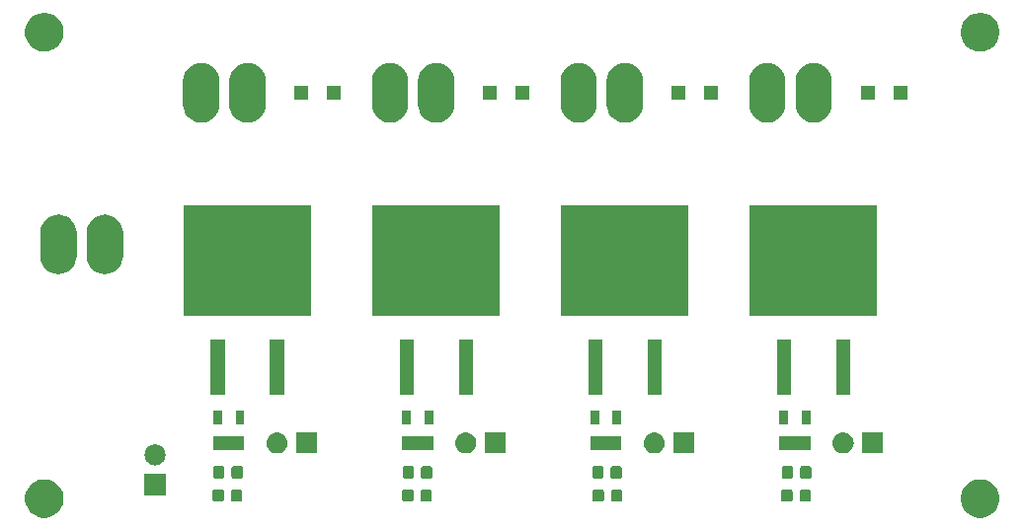
<source format=gts>
G04 #@! TF.GenerationSoftware,KiCad,Pcbnew,5.0.1-33cea8e~68~ubuntu16.04.1*
G04 #@! TF.CreationDate,2019-04-13T16:09:11-04:00*
G04 #@! TF.ProjectId,fieldeffector,6669656C646566666563746F722E6B69,rev?*
G04 #@! TF.SameCoordinates,Original*
G04 #@! TF.FileFunction,Soldermask,Top*
G04 #@! TF.FilePolarity,Negative*
%FSLAX46Y46*%
G04 Gerber Fmt 4.6, Leading zero omitted, Abs format (unit mm)*
G04 Created by KiCad (PCBNEW 5.0.1-33cea8e~68~ubuntu16.04.1) date Sat 13 Apr 2019 16:09:11 EDT*
%MOMM*%
%LPD*%
G01*
G04 APERTURE LIST*
%ADD10C,0.100000*%
G04 APERTURE END LIST*
D10*
G36*
X154025256Y-126456298D02*
X154131579Y-126477447D01*
X154432042Y-126601903D01*
X154698852Y-126780180D01*
X154702454Y-126782587D01*
X154932413Y-127012546D01*
X155113098Y-127282960D01*
X155237553Y-127583422D01*
X155301000Y-127902389D01*
X155301000Y-128227611D01*
X155237553Y-128546578D01*
X155113098Y-128847040D01*
X154932413Y-129117454D01*
X154702454Y-129347413D01*
X154702451Y-129347415D01*
X154432042Y-129528097D01*
X154131579Y-129652553D01*
X154025256Y-129673702D01*
X153812611Y-129716000D01*
X153487389Y-129716000D01*
X153274744Y-129673702D01*
X153168421Y-129652553D01*
X152867958Y-129528097D01*
X152597549Y-129347415D01*
X152597546Y-129347413D01*
X152367587Y-129117454D01*
X152186902Y-128847040D01*
X152062447Y-128546578D01*
X151999000Y-128227611D01*
X151999000Y-127902389D01*
X152062447Y-127583422D01*
X152186902Y-127282960D01*
X152367587Y-127012546D01*
X152597546Y-126782587D01*
X152601148Y-126780180D01*
X152867958Y-126601903D01*
X153168421Y-126477447D01*
X153274744Y-126456298D01*
X153487389Y-126414000D01*
X153812611Y-126414000D01*
X154025256Y-126456298D01*
X154025256Y-126456298D01*
G37*
G36*
X73775256Y-126456298D02*
X73881579Y-126477447D01*
X74182042Y-126601903D01*
X74448852Y-126780180D01*
X74452454Y-126782587D01*
X74682413Y-127012546D01*
X74863098Y-127282960D01*
X74987553Y-127583422D01*
X75051000Y-127902389D01*
X75051000Y-128227611D01*
X74987553Y-128546578D01*
X74863098Y-128847040D01*
X74682413Y-129117454D01*
X74452454Y-129347413D01*
X74452451Y-129347415D01*
X74182042Y-129528097D01*
X73881579Y-129652553D01*
X73775256Y-129673702D01*
X73562611Y-129716000D01*
X73237389Y-129716000D01*
X73024744Y-129673702D01*
X72918421Y-129652553D01*
X72617958Y-129528097D01*
X72347549Y-129347415D01*
X72347546Y-129347413D01*
X72117587Y-129117454D01*
X71936902Y-128847040D01*
X71812447Y-128546578D01*
X71749000Y-128227611D01*
X71749000Y-127902389D01*
X71812447Y-127583422D01*
X71936902Y-127282960D01*
X72117587Y-127012546D01*
X72347546Y-126782587D01*
X72351148Y-126780180D01*
X72617958Y-126601903D01*
X72918421Y-126477447D01*
X73024744Y-126456298D01*
X73237389Y-126414000D01*
X73562611Y-126414000D01*
X73775256Y-126456298D01*
X73775256Y-126456298D01*
G37*
G36*
X88667091Y-127293085D02*
X88701069Y-127303393D01*
X88732387Y-127320133D01*
X88759839Y-127342661D01*
X88782367Y-127370113D01*
X88799107Y-127401431D01*
X88809415Y-127435409D01*
X88813500Y-127476890D01*
X88813500Y-128153110D01*
X88809415Y-128194591D01*
X88799107Y-128228569D01*
X88782367Y-128259887D01*
X88759839Y-128287339D01*
X88732387Y-128309867D01*
X88701069Y-128326607D01*
X88667091Y-128336915D01*
X88625610Y-128341000D01*
X88024390Y-128341000D01*
X87982909Y-128336915D01*
X87948931Y-128326607D01*
X87917613Y-128309867D01*
X87890161Y-128287339D01*
X87867633Y-128259887D01*
X87850893Y-128228569D01*
X87840585Y-128194591D01*
X87836500Y-128153110D01*
X87836500Y-127476890D01*
X87840585Y-127435409D01*
X87850893Y-127401431D01*
X87867633Y-127370113D01*
X87890161Y-127342661D01*
X87917613Y-127320133D01*
X87948931Y-127303393D01*
X87982909Y-127293085D01*
X88024390Y-127289000D01*
X88625610Y-127289000D01*
X88667091Y-127293085D01*
X88667091Y-127293085D01*
G37*
G36*
X138992091Y-127293085D02*
X139026069Y-127303393D01*
X139057387Y-127320133D01*
X139084839Y-127342661D01*
X139107367Y-127370113D01*
X139124107Y-127401431D01*
X139134415Y-127435409D01*
X139138500Y-127476890D01*
X139138500Y-128153110D01*
X139134415Y-128194591D01*
X139124107Y-128228569D01*
X139107367Y-128259887D01*
X139084839Y-128287339D01*
X139057387Y-128309867D01*
X139026069Y-128326607D01*
X138992091Y-128336915D01*
X138950610Y-128341000D01*
X138349390Y-128341000D01*
X138307909Y-128336915D01*
X138273931Y-128326607D01*
X138242613Y-128309867D01*
X138215161Y-128287339D01*
X138192633Y-128259887D01*
X138175893Y-128228569D01*
X138165585Y-128194591D01*
X138161500Y-128153110D01*
X138161500Y-127476890D01*
X138165585Y-127435409D01*
X138175893Y-127401431D01*
X138192633Y-127370113D01*
X138215161Y-127342661D01*
X138242613Y-127320133D01*
X138273931Y-127303393D01*
X138307909Y-127293085D01*
X138349390Y-127289000D01*
X138950610Y-127289000D01*
X138992091Y-127293085D01*
X138992091Y-127293085D01*
G37*
G36*
X137417091Y-127293085D02*
X137451069Y-127303393D01*
X137482387Y-127320133D01*
X137509839Y-127342661D01*
X137532367Y-127370113D01*
X137549107Y-127401431D01*
X137559415Y-127435409D01*
X137563500Y-127476890D01*
X137563500Y-128153110D01*
X137559415Y-128194591D01*
X137549107Y-128228569D01*
X137532367Y-128259887D01*
X137509839Y-128287339D01*
X137482387Y-128309867D01*
X137451069Y-128326607D01*
X137417091Y-128336915D01*
X137375610Y-128341000D01*
X136774390Y-128341000D01*
X136732909Y-128336915D01*
X136698931Y-128326607D01*
X136667613Y-128309867D01*
X136640161Y-128287339D01*
X136617633Y-128259887D01*
X136600893Y-128228569D01*
X136590585Y-128194591D01*
X136586500Y-128153110D01*
X136586500Y-127476890D01*
X136590585Y-127435409D01*
X136600893Y-127401431D01*
X136617633Y-127370113D01*
X136640161Y-127342661D01*
X136667613Y-127320133D01*
X136698931Y-127303393D01*
X136732909Y-127293085D01*
X136774390Y-127289000D01*
X137375610Y-127289000D01*
X137417091Y-127293085D01*
X137417091Y-127293085D01*
G37*
G36*
X122817091Y-127293085D02*
X122851069Y-127303393D01*
X122882387Y-127320133D01*
X122909839Y-127342661D01*
X122932367Y-127370113D01*
X122949107Y-127401431D01*
X122959415Y-127435409D01*
X122963500Y-127476890D01*
X122963500Y-128153110D01*
X122959415Y-128194591D01*
X122949107Y-128228569D01*
X122932367Y-128259887D01*
X122909839Y-128287339D01*
X122882387Y-128309867D01*
X122851069Y-128326607D01*
X122817091Y-128336915D01*
X122775610Y-128341000D01*
X122174390Y-128341000D01*
X122132909Y-128336915D01*
X122098931Y-128326607D01*
X122067613Y-128309867D01*
X122040161Y-128287339D01*
X122017633Y-128259887D01*
X122000893Y-128228569D01*
X121990585Y-128194591D01*
X121986500Y-128153110D01*
X121986500Y-127476890D01*
X121990585Y-127435409D01*
X122000893Y-127401431D01*
X122017633Y-127370113D01*
X122040161Y-127342661D01*
X122067613Y-127320133D01*
X122098931Y-127303393D01*
X122132909Y-127293085D01*
X122174390Y-127289000D01*
X122775610Y-127289000D01*
X122817091Y-127293085D01*
X122817091Y-127293085D01*
G37*
G36*
X121242091Y-127293085D02*
X121276069Y-127303393D01*
X121307387Y-127320133D01*
X121334839Y-127342661D01*
X121357367Y-127370113D01*
X121374107Y-127401431D01*
X121384415Y-127435409D01*
X121388500Y-127476890D01*
X121388500Y-128153110D01*
X121384415Y-128194591D01*
X121374107Y-128228569D01*
X121357367Y-128259887D01*
X121334839Y-128287339D01*
X121307387Y-128309867D01*
X121276069Y-128326607D01*
X121242091Y-128336915D01*
X121200610Y-128341000D01*
X120599390Y-128341000D01*
X120557909Y-128336915D01*
X120523931Y-128326607D01*
X120492613Y-128309867D01*
X120465161Y-128287339D01*
X120442633Y-128259887D01*
X120425893Y-128228569D01*
X120415585Y-128194591D01*
X120411500Y-128153110D01*
X120411500Y-127476890D01*
X120415585Y-127435409D01*
X120425893Y-127401431D01*
X120442633Y-127370113D01*
X120465161Y-127342661D01*
X120492613Y-127320133D01*
X120523931Y-127303393D01*
X120557909Y-127293085D01*
X120599390Y-127289000D01*
X121200610Y-127289000D01*
X121242091Y-127293085D01*
X121242091Y-127293085D01*
G37*
G36*
X106492091Y-127293085D02*
X106526069Y-127303393D01*
X106557387Y-127320133D01*
X106584839Y-127342661D01*
X106607367Y-127370113D01*
X106624107Y-127401431D01*
X106634415Y-127435409D01*
X106638500Y-127476890D01*
X106638500Y-128153110D01*
X106634415Y-128194591D01*
X106624107Y-128228569D01*
X106607367Y-128259887D01*
X106584839Y-128287339D01*
X106557387Y-128309867D01*
X106526069Y-128326607D01*
X106492091Y-128336915D01*
X106450610Y-128341000D01*
X105849390Y-128341000D01*
X105807909Y-128336915D01*
X105773931Y-128326607D01*
X105742613Y-128309867D01*
X105715161Y-128287339D01*
X105692633Y-128259887D01*
X105675893Y-128228569D01*
X105665585Y-128194591D01*
X105661500Y-128153110D01*
X105661500Y-127476890D01*
X105665585Y-127435409D01*
X105675893Y-127401431D01*
X105692633Y-127370113D01*
X105715161Y-127342661D01*
X105742613Y-127320133D01*
X105773931Y-127303393D01*
X105807909Y-127293085D01*
X105849390Y-127289000D01*
X106450610Y-127289000D01*
X106492091Y-127293085D01*
X106492091Y-127293085D01*
G37*
G36*
X104917091Y-127293085D02*
X104951069Y-127303393D01*
X104982387Y-127320133D01*
X105009839Y-127342661D01*
X105032367Y-127370113D01*
X105049107Y-127401431D01*
X105059415Y-127435409D01*
X105063500Y-127476890D01*
X105063500Y-128153110D01*
X105059415Y-128194591D01*
X105049107Y-128228569D01*
X105032367Y-128259887D01*
X105009839Y-128287339D01*
X104982387Y-128309867D01*
X104951069Y-128326607D01*
X104917091Y-128336915D01*
X104875610Y-128341000D01*
X104274390Y-128341000D01*
X104232909Y-128336915D01*
X104198931Y-128326607D01*
X104167613Y-128309867D01*
X104140161Y-128287339D01*
X104117633Y-128259887D01*
X104100893Y-128228569D01*
X104090585Y-128194591D01*
X104086500Y-128153110D01*
X104086500Y-127476890D01*
X104090585Y-127435409D01*
X104100893Y-127401431D01*
X104117633Y-127370113D01*
X104140161Y-127342661D01*
X104167613Y-127320133D01*
X104198931Y-127303393D01*
X104232909Y-127293085D01*
X104274390Y-127289000D01*
X104875610Y-127289000D01*
X104917091Y-127293085D01*
X104917091Y-127293085D01*
G37*
G36*
X90242091Y-127293085D02*
X90276069Y-127303393D01*
X90307387Y-127320133D01*
X90334839Y-127342661D01*
X90357367Y-127370113D01*
X90374107Y-127401431D01*
X90384415Y-127435409D01*
X90388500Y-127476890D01*
X90388500Y-128153110D01*
X90384415Y-128194591D01*
X90374107Y-128228569D01*
X90357367Y-128259887D01*
X90334839Y-128287339D01*
X90307387Y-128309867D01*
X90276069Y-128326607D01*
X90242091Y-128336915D01*
X90200610Y-128341000D01*
X89599390Y-128341000D01*
X89557909Y-128336915D01*
X89523931Y-128326607D01*
X89492613Y-128309867D01*
X89465161Y-128287339D01*
X89442633Y-128259887D01*
X89425893Y-128228569D01*
X89415585Y-128194591D01*
X89411500Y-128153110D01*
X89411500Y-127476890D01*
X89415585Y-127435409D01*
X89425893Y-127401431D01*
X89442633Y-127370113D01*
X89465161Y-127342661D01*
X89492613Y-127320133D01*
X89523931Y-127303393D01*
X89557909Y-127293085D01*
X89599390Y-127289000D01*
X90200610Y-127289000D01*
X90242091Y-127293085D01*
X90242091Y-127293085D01*
G37*
G36*
X83801000Y-127766000D02*
X81999000Y-127766000D01*
X81999000Y-125964000D01*
X83801000Y-125964000D01*
X83801000Y-127766000D01*
X83801000Y-127766000D01*
G37*
G36*
X106529591Y-125293085D02*
X106563569Y-125303393D01*
X106594887Y-125320133D01*
X106622339Y-125342661D01*
X106644867Y-125370113D01*
X106661607Y-125401431D01*
X106671915Y-125435409D01*
X106676000Y-125476890D01*
X106676000Y-126153110D01*
X106671915Y-126194591D01*
X106661607Y-126228569D01*
X106644867Y-126259887D01*
X106622339Y-126287339D01*
X106594887Y-126309867D01*
X106563569Y-126326607D01*
X106529591Y-126336915D01*
X106488110Y-126341000D01*
X105886890Y-126341000D01*
X105845409Y-126336915D01*
X105811431Y-126326607D01*
X105780113Y-126309867D01*
X105752661Y-126287339D01*
X105730133Y-126259887D01*
X105713393Y-126228569D01*
X105703085Y-126194591D01*
X105699000Y-126153110D01*
X105699000Y-125476890D01*
X105703085Y-125435409D01*
X105713393Y-125401431D01*
X105730133Y-125370113D01*
X105752661Y-125342661D01*
X105780113Y-125320133D01*
X105811431Y-125303393D01*
X105845409Y-125293085D01*
X105886890Y-125289000D01*
X106488110Y-125289000D01*
X106529591Y-125293085D01*
X106529591Y-125293085D01*
G37*
G36*
X104954591Y-125293085D02*
X104988569Y-125303393D01*
X105019887Y-125320133D01*
X105047339Y-125342661D01*
X105069867Y-125370113D01*
X105086607Y-125401431D01*
X105096915Y-125435409D01*
X105101000Y-125476890D01*
X105101000Y-126153110D01*
X105096915Y-126194591D01*
X105086607Y-126228569D01*
X105069867Y-126259887D01*
X105047339Y-126287339D01*
X105019887Y-126309867D01*
X104988569Y-126326607D01*
X104954591Y-126336915D01*
X104913110Y-126341000D01*
X104311890Y-126341000D01*
X104270409Y-126336915D01*
X104236431Y-126326607D01*
X104205113Y-126309867D01*
X104177661Y-126287339D01*
X104155133Y-126259887D01*
X104138393Y-126228569D01*
X104128085Y-126194591D01*
X104124000Y-126153110D01*
X104124000Y-125476890D01*
X104128085Y-125435409D01*
X104138393Y-125401431D01*
X104155133Y-125370113D01*
X104177661Y-125342661D01*
X104205113Y-125320133D01*
X104236431Y-125303393D01*
X104270409Y-125293085D01*
X104311890Y-125289000D01*
X104913110Y-125289000D01*
X104954591Y-125293085D01*
X104954591Y-125293085D01*
G37*
G36*
X90279591Y-125293085D02*
X90313569Y-125303393D01*
X90344887Y-125320133D01*
X90372339Y-125342661D01*
X90394867Y-125370113D01*
X90411607Y-125401431D01*
X90421915Y-125435409D01*
X90426000Y-125476890D01*
X90426000Y-126153110D01*
X90421915Y-126194591D01*
X90411607Y-126228569D01*
X90394867Y-126259887D01*
X90372339Y-126287339D01*
X90344887Y-126309867D01*
X90313569Y-126326607D01*
X90279591Y-126336915D01*
X90238110Y-126341000D01*
X89636890Y-126341000D01*
X89595409Y-126336915D01*
X89561431Y-126326607D01*
X89530113Y-126309867D01*
X89502661Y-126287339D01*
X89480133Y-126259887D01*
X89463393Y-126228569D01*
X89453085Y-126194591D01*
X89449000Y-126153110D01*
X89449000Y-125476890D01*
X89453085Y-125435409D01*
X89463393Y-125401431D01*
X89480133Y-125370113D01*
X89502661Y-125342661D01*
X89530113Y-125320133D01*
X89561431Y-125303393D01*
X89595409Y-125293085D01*
X89636890Y-125289000D01*
X90238110Y-125289000D01*
X90279591Y-125293085D01*
X90279591Y-125293085D01*
G37*
G36*
X88704591Y-125293085D02*
X88738569Y-125303393D01*
X88769887Y-125320133D01*
X88797339Y-125342661D01*
X88819867Y-125370113D01*
X88836607Y-125401431D01*
X88846915Y-125435409D01*
X88851000Y-125476890D01*
X88851000Y-126153110D01*
X88846915Y-126194591D01*
X88836607Y-126228569D01*
X88819867Y-126259887D01*
X88797339Y-126287339D01*
X88769887Y-126309867D01*
X88738569Y-126326607D01*
X88704591Y-126336915D01*
X88663110Y-126341000D01*
X88061890Y-126341000D01*
X88020409Y-126336915D01*
X87986431Y-126326607D01*
X87955113Y-126309867D01*
X87927661Y-126287339D01*
X87905133Y-126259887D01*
X87888393Y-126228569D01*
X87878085Y-126194591D01*
X87874000Y-126153110D01*
X87874000Y-125476890D01*
X87878085Y-125435409D01*
X87888393Y-125401431D01*
X87905133Y-125370113D01*
X87927661Y-125342661D01*
X87955113Y-125320133D01*
X87986431Y-125303393D01*
X88020409Y-125293085D01*
X88061890Y-125289000D01*
X88663110Y-125289000D01*
X88704591Y-125293085D01*
X88704591Y-125293085D01*
G37*
G36*
X121204591Y-125293085D02*
X121238569Y-125303393D01*
X121269887Y-125320133D01*
X121297339Y-125342661D01*
X121319867Y-125370113D01*
X121336607Y-125401431D01*
X121346915Y-125435409D01*
X121351000Y-125476890D01*
X121351000Y-126153110D01*
X121346915Y-126194591D01*
X121336607Y-126228569D01*
X121319867Y-126259887D01*
X121297339Y-126287339D01*
X121269887Y-126309867D01*
X121238569Y-126326607D01*
X121204591Y-126336915D01*
X121163110Y-126341000D01*
X120561890Y-126341000D01*
X120520409Y-126336915D01*
X120486431Y-126326607D01*
X120455113Y-126309867D01*
X120427661Y-126287339D01*
X120405133Y-126259887D01*
X120388393Y-126228569D01*
X120378085Y-126194591D01*
X120374000Y-126153110D01*
X120374000Y-125476890D01*
X120378085Y-125435409D01*
X120388393Y-125401431D01*
X120405133Y-125370113D01*
X120427661Y-125342661D01*
X120455113Y-125320133D01*
X120486431Y-125303393D01*
X120520409Y-125293085D01*
X120561890Y-125289000D01*
X121163110Y-125289000D01*
X121204591Y-125293085D01*
X121204591Y-125293085D01*
G37*
G36*
X122779591Y-125293085D02*
X122813569Y-125303393D01*
X122844887Y-125320133D01*
X122872339Y-125342661D01*
X122894867Y-125370113D01*
X122911607Y-125401431D01*
X122921915Y-125435409D01*
X122926000Y-125476890D01*
X122926000Y-126153110D01*
X122921915Y-126194591D01*
X122911607Y-126228569D01*
X122894867Y-126259887D01*
X122872339Y-126287339D01*
X122844887Y-126309867D01*
X122813569Y-126326607D01*
X122779591Y-126336915D01*
X122738110Y-126341000D01*
X122136890Y-126341000D01*
X122095409Y-126336915D01*
X122061431Y-126326607D01*
X122030113Y-126309867D01*
X122002661Y-126287339D01*
X121980133Y-126259887D01*
X121963393Y-126228569D01*
X121953085Y-126194591D01*
X121949000Y-126153110D01*
X121949000Y-125476890D01*
X121953085Y-125435409D01*
X121963393Y-125401431D01*
X121980133Y-125370113D01*
X122002661Y-125342661D01*
X122030113Y-125320133D01*
X122061431Y-125303393D01*
X122095409Y-125293085D01*
X122136890Y-125289000D01*
X122738110Y-125289000D01*
X122779591Y-125293085D01*
X122779591Y-125293085D01*
G37*
G36*
X137454591Y-125293085D02*
X137488569Y-125303393D01*
X137519887Y-125320133D01*
X137547339Y-125342661D01*
X137569867Y-125370113D01*
X137586607Y-125401431D01*
X137596915Y-125435409D01*
X137601000Y-125476890D01*
X137601000Y-126153110D01*
X137596915Y-126194591D01*
X137586607Y-126228569D01*
X137569867Y-126259887D01*
X137547339Y-126287339D01*
X137519887Y-126309867D01*
X137488569Y-126326607D01*
X137454591Y-126336915D01*
X137413110Y-126341000D01*
X136811890Y-126341000D01*
X136770409Y-126336915D01*
X136736431Y-126326607D01*
X136705113Y-126309867D01*
X136677661Y-126287339D01*
X136655133Y-126259887D01*
X136638393Y-126228569D01*
X136628085Y-126194591D01*
X136624000Y-126153110D01*
X136624000Y-125476890D01*
X136628085Y-125435409D01*
X136638393Y-125401431D01*
X136655133Y-125370113D01*
X136677661Y-125342661D01*
X136705113Y-125320133D01*
X136736431Y-125303393D01*
X136770409Y-125293085D01*
X136811890Y-125289000D01*
X137413110Y-125289000D01*
X137454591Y-125293085D01*
X137454591Y-125293085D01*
G37*
G36*
X139029591Y-125293085D02*
X139063569Y-125303393D01*
X139094887Y-125320133D01*
X139122339Y-125342661D01*
X139144867Y-125370113D01*
X139161607Y-125401431D01*
X139171915Y-125435409D01*
X139176000Y-125476890D01*
X139176000Y-126153110D01*
X139171915Y-126194591D01*
X139161607Y-126228569D01*
X139144867Y-126259887D01*
X139122339Y-126287339D01*
X139094887Y-126309867D01*
X139063569Y-126326607D01*
X139029591Y-126336915D01*
X138988110Y-126341000D01*
X138386890Y-126341000D01*
X138345409Y-126336915D01*
X138311431Y-126326607D01*
X138280113Y-126309867D01*
X138252661Y-126287339D01*
X138230133Y-126259887D01*
X138213393Y-126228569D01*
X138203085Y-126194591D01*
X138199000Y-126153110D01*
X138199000Y-125476890D01*
X138203085Y-125435409D01*
X138213393Y-125401431D01*
X138230133Y-125370113D01*
X138252661Y-125342661D01*
X138280113Y-125320133D01*
X138311431Y-125303393D01*
X138345409Y-125293085D01*
X138386890Y-125289000D01*
X138988110Y-125289000D01*
X139029591Y-125293085D01*
X139029591Y-125293085D01*
G37*
G36*
X83010442Y-123430518D02*
X83076627Y-123437037D01*
X83174172Y-123466627D01*
X83246467Y-123488557D01*
X83385087Y-123562652D01*
X83402991Y-123572222D01*
X83438729Y-123601552D01*
X83540186Y-123684814D01*
X83623448Y-123786271D01*
X83652778Y-123822009D01*
X83652779Y-123822011D01*
X83736443Y-123978533D01*
X83736443Y-123978534D01*
X83787963Y-124148373D01*
X83805359Y-124325000D01*
X83787963Y-124501627D01*
X83753616Y-124614853D01*
X83736443Y-124671467D01*
X83662348Y-124810087D01*
X83652778Y-124827991D01*
X83623448Y-124863729D01*
X83540186Y-124965186D01*
X83438729Y-125048448D01*
X83402991Y-125077778D01*
X83402989Y-125077779D01*
X83246467Y-125161443D01*
X83189853Y-125178616D01*
X83076627Y-125212963D01*
X83010442Y-125219482D01*
X82944260Y-125226000D01*
X82855740Y-125226000D01*
X82789558Y-125219482D01*
X82723373Y-125212963D01*
X82610147Y-125178616D01*
X82553533Y-125161443D01*
X82397011Y-125077779D01*
X82397009Y-125077778D01*
X82361271Y-125048448D01*
X82259814Y-124965186D01*
X82176552Y-124863729D01*
X82147222Y-124827991D01*
X82137652Y-124810087D01*
X82063557Y-124671467D01*
X82046384Y-124614853D01*
X82012037Y-124501627D01*
X81994641Y-124325000D01*
X82012037Y-124148373D01*
X82063557Y-123978534D01*
X82063557Y-123978533D01*
X82147221Y-123822011D01*
X82147222Y-123822009D01*
X82176552Y-123786271D01*
X82259814Y-123684814D01*
X82361271Y-123601552D01*
X82397009Y-123572222D01*
X82414913Y-123562652D01*
X82553533Y-123488557D01*
X82625828Y-123466627D01*
X82723373Y-123437037D01*
X82789558Y-123430518D01*
X82855740Y-123424000D01*
X82944260Y-123424000D01*
X83010442Y-123430518D01*
X83010442Y-123430518D01*
G37*
G36*
X93470443Y-122395519D02*
X93536627Y-122402037D01*
X93649853Y-122436384D01*
X93706467Y-122453557D01*
X93845087Y-122527652D01*
X93862991Y-122537222D01*
X93898729Y-122566552D01*
X94000186Y-122649814D01*
X94083448Y-122751271D01*
X94112778Y-122787009D01*
X94112779Y-122787011D01*
X94196443Y-122943533D01*
X94196443Y-122943534D01*
X94247963Y-123113373D01*
X94265359Y-123290000D01*
X94247963Y-123466627D01*
X94215931Y-123572221D01*
X94196443Y-123636467D01*
X94170600Y-123684815D01*
X94112778Y-123792991D01*
X94088963Y-123822009D01*
X94000186Y-123930186D01*
X93898729Y-124013448D01*
X93862991Y-124042778D01*
X93862989Y-124042779D01*
X93706467Y-124126443D01*
X93649853Y-124143616D01*
X93536627Y-124177963D01*
X93470442Y-124184482D01*
X93404260Y-124191000D01*
X93315740Y-124191000D01*
X93249558Y-124184482D01*
X93183373Y-124177963D01*
X93070147Y-124143616D01*
X93013533Y-124126443D01*
X92857011Y-124042779D01*
X92857009Y-124042778D01*
X92821271Y-124013448D01*
X92719814Y-123930186D01*
X92631037Y-123822009D01*
X92607222Y-123792991D01*
X92549400Y-123684815D01*
X92523557Y-123636467D01*
X92504069Y-123572221D01*
X92472037Y-123466627D01*
X92454641Y-123290000D01*
X92472037Y-123113373D01*
X92523557Y-122943534D01*
X92523557Y-122943533D01*
X92607221Y-122787011D01*
X92607222Y-122787009D01*
X92636552Y-122751271D01*
X92719814Y-122649814D01*
X92821271Y-122566552D01*
X92857009Y-122537222D01*
X92874913Y-122527652D01*
X93013533Y-122453557D01*
X93070147Y-122436384D01*
X93183373Y-122402037D01*
X93249557Y-122395519D01*
X93315740Y-122389000D01*
X93404260Y-122389000D01*
X93470443Y-122395519D01*
X93470443Y-122395519D01*
G37*
G36*
X129146000Y-124191000D02*
X127344000Y-124191000D01*
X127344000Y-122389000D01*
X129146000Y-122389000D01*
X129146000Y-124191000D01*
X129146000Y-124191000D01*
G37*
G36*
X96801000Y-124191000D02*
X94999000Y-124191000D01*
X94999000Y-122389000D01*
X96801000Y-122389000D01*
X96801000Y-124191000D01*
X96801000Y-124191000D01*
G37*
G36*
X109650443Y-122395519D02*
X109716627Y-122402037D01*
X109829853Y-122436384D01*
X109886467Y-122453557D01*
X110025087Y-122527652D01*
X110042991Y-122537222D01*
X110078729Y-122566552D01*
X110180186Y-122649814D01*
X110263448Y-122751271D01*
X110292778Y-122787009D01*
X110292779Y-122787011D01*
X110376443Y-122943533D01*
X110376443Y-122943534D01*
X110427963Y-123113373D01*
X110445359Y-123290000D01*
X110427963Y-123466627D01*
X110395931Y-123572221D01*
X110376443Y-123636467D01*
X110350600Y-123684815D01*
X110292778Y-123792991D01*
X110268963Y-123822009D01*
X110180186Y-123930186D01*
X110078729Y-124013448D01*
X110042991Y-124042778D01*
X110042989Y-124042779D01*
X109886467Y-124126443D01*
X109829853Y-124143616D01*
X109716627Y-124177963D01*
X109650442Y-124184482D01*
X109584260Y-124191000D01*
X109495740Y-124191000D01*
X109429558Y-124184482D01*
X109363373Y-124177963D01*
X109250147Y-124143616D01*
X109193533Y-124126443D01*
X109037011Y-124042779D01*
X109037009Y-124042778D01*
X109001271Y-124013448D01*
X108899814Y-123930186D01*
X108811037Y-123822009D01*
X108787222Y-123792991D01*
X108729400Y-123684815D01*
X108703557Y-123636467D01*
X108684069Y-123572221D01*
X108652037Y-123466627D01*
X108634641Y-123290000D01*
X108652037Y-123113373D01*
X108703557Y-122943534D01*
X108703557Y-122943533D01*
X108787221Y-122787011D01*
X108787222Y-122787009D01*
X108816552Y-122751271D01*
X108899814Y-122649814D01*
X109001271Y-122566552D01*
X109037009Y-122537222D01*
X109054913Y-122527652D01*
X109193533Y-122453557D01*
X109250147Y-122436384D01*
X109363373Y-122402037D01*
X109429557Y-122395519D01*
X109495740Y-122389000D01*
X109584260Y-122389000D01*
X109650443Y-122395519D01*
X109650443Y-122395519D01*
G37*
G36*
X112981000Y-124191000D02*
X111179000Y-124191000D01*
X111179000Y-122389000D01*
X112981000Y-122389000D01*
X112981000Y-124191000D01*
X112981000Y-124191000D01*
G37*
G36*
X125815443Y-122395519D02*
X125881627Y-122402037D01*
X125994853Y-122436384D01*
X126051467Y-122453557D01*
X126190087Y-122527652D01*
X126207991Y-122537222D01*
X126243729Y-122566552D01*
X126345186Y-122649814D01*
X126428448Y-122751271D01*
X126457778Y-122787009D01*
X126457779Y-122787011D01*
X126541443Y-122943533D01*
X126541443Y-122943534D01*
X126592963Y-123113373D01*
X126610359Y-123290000D01*
X126592963Y-123466627D01*
X126560931Y-123572221D01*
X126541443Y-123636467D01*
X126515600Y-123684815D01*
X126457778Y-123792991D01*
X126433963Y-123822009D01*
X126345186Y-123930186D01*
X126243729Y-124013448D01*
X126207991Y-124042778D01*
X126207989Y-124042779D01*
X126051467Y-124126443D01*
X125994853Y-124143616D01*
X125881627Y-124177963D01*
X125815442Y-124184482D01*
X125749260Y-124191000D01*
X125660740Y-124191000D01*
X125594558Y-124184482D01*
X125528373Y-124177963D01*
X125415147Y-124143616D01*
X125358533Y-124126443D01*
X125202011Y-124042779D01*
X125202009Y-124042778D01*
X125166271Y-124013448D01*
X125064814Y-123930186D01*
X124976037Y-123822009D01*
X124952222Y-123792991D01*
X124894400Y-123684815D01*
X124868557Y-123636467D01*
X124849069Y-123572221D01*
X124817037Y-123466627D01*
X124799641Y-123290000D01*
X124817037Y-123113373D01*
X124868557Y-122943534D01*
X124868557Y-122943533D01*
X124952221Y-122787011D01*
X124952222Y-122787009D01*
X124981552Y-122751271D01*
X125064814Y-122649814D01*
X125166271Y-122566552D01*
X125202009Y-122537222D01*
X125219913Y-122527652D01*
X125358533Y-122453557D01*
X125415147Y-122436384D01*
X125528373Y-122402037D01*
X125594557Y-122395519D01*
X125660740Y-122389000D01*
X125749260Y-122389000D01*
X125815443Y-122395519D01*
X125815443Y-122395519D01*
G37*
G36*
X142010443Y-122395519D02*
X142076627Y-122402037D01*
X142189853Y-122436384D01*
X142246467Y-122453557D01*
X142385087Y-122527652D01*
X142402991Y-122537222D01*
X142438729Y-122566552D01*
X142540186Y-122649814D01*
X142623448Y-122751271D01*
X142652778Y-122787009D01*
X142652779Y-122787011D01*
X142736443Y-122943533D01*
X142736443Y-122943534D01*
X142787963Y-123113373D01*
X142805359Y-123290000D01*
X142787963Y-123466627D01*
X142755931Y-123572221D01*
X142736443Y-123636467D01*
X142710600Y-123684815D01*
X142652778Y-123792991D01*
X142628963Y-123822009D01*
X142540186Y-123930186D01*
X142438729Y-124013448D01*
X142402991Y-124042778D01*
X142402989Y-124042779D01*
X142246467Y-124126443D01*
X142189853Y-124143616D01*
X142076627Y-124177963D01*
X142010442Y-124184482D01*
X141944260Y-124191000D01*
X141855740Y-124191000D01*
X141789558Y-124184482D01*
X141723373Y-124177963D01*
X141610147Y-124143616D01*
X141553533Y-124126443D01*
X141397011Y-124042779D01*
X141397009Y-124042778D01*
X141361271Y-124013448D01*
X141259814Y-123930186D01*
X141171037Y-123822009D01*
X141147222Y-123792991D01*
X141089400Y-123684815D01*
X141063557Y-123636467D01*
X141044069Y-123572221D01*
X141012037Y-123466627D01*
X140994641Y-123290000D01*
X141012037Y-123113373D01*
X141063557Y-122943534D01*
X141063557Y-122943533D01*
X141147221Y-122787011D01*
X141147222Y-122787009D01*
X141176552Y-122751271D01*
X141259814Y-122649814D01*
X141361271Y-122566552D01*
X141397009Y-122537222D01*
X141414913Y-122527652D01*
X141553533Y-122453557D01*
X141610147Y-122436384D01*
X141723373Y-122402037D01*
X141789557Y-122395519D01*
X141855740Y-122389000D01*
X141944260Y-122389000D01*
X142010443Y-122395519D01*
X142010443Y-122395519D01*
G37*
G36*
X145341000Y-124191000D02*
X143539000Y-124191000D01*
X143539000Y-122389000D01*
X145341000Y-122389000D01*
X145341000Y-124191000D01*
X145341000Y-124191000D01*
G37*
G36*
X106736000Y-123871000D02*
X104084000Y-123871000D01*
X104084000Y-122709000D01*
X106736000Y-122709000D01*
X106736000Y-123871000D01*
X106736000Y-123871000D01*
G37*
G36*
X139096000Y-123871000D02*
X136444000Y-123871000D01*
X136444000Y-122709000D01*
X139096000Y-122709000D01*
X139096000Y-123871000D01*
X139096000Y-123871000D01*
G37*
G36*
X90556000Y-123871000D02*
X87904000Y-123871000D01*
X87904000Y-122709000D01*
X90556000Y-122709000D01*
X90556000Y-123871000D01*
X90556000Y-123871000D01*
G37*
G36*
X122881000Y-123871000D02*
X120229000Y-123871000D01*
X120229000Y-122709000D01*
X122881000Y-122709000D01*
X122881000Y-123871000D01*
X122881000Y-123871000D01*
G37*
G36*
X104836000Y-121671000D02*
X104084000Y-121671000D01*
X104084000Y-120509000D01*
X104836000Y-120509000D01*
X104836000Y-121671000D01*
X104836000Y-121671000D01*
G37*
G36*
X122881000Y-121671000D02*
X122129000Y-121671000D01*
X122129000Y-120509000D01*
X122881000Y-120509000D01*
X122881000Y-121671000D01*
X122881000Y-121671000D01*
G37*
G36*
X120981000Y-121671000D02*
X120229000Y-121671000D01*
X120229000Y-120509000D01*
X120981000Y-120509000D01*
X120981000Y-121671000D01*
X120981000Y-121671000D01*
G37*
G36*
X139096000Y-121671000D02*
X138344000Y-121671000D01*
X138344000Y-120509000D01*
X139096000Y-120509000D01*
X139096000Y-121671000D01*
X139096000Y-121671000D01*
G37*
G36*
X90556000Y-121671000D02*
X89804000Y-121671000D01*
X89804000Y-120509000D01*
X90556000Y-120509000D01*
X90556000Y-121671000D01*
X90556000Y-121671000D01*
G37*
G36*
X88656000Y-121671000D02*
X87904000Y-121671000D01*
X87904000Y-120509000D01*
X88656000Y-120509000D01*
X88656000Y-121671000D01*
X88656000Y-121671000D01*
G37*
G36*
X106736000Y-121671000D02*
X105984000Y-121671000D01*
X105984000Y-120509000D01*
X106736000Y-120509000D01*
X106736000Y-121671000D01*
X106736000Y-121671000D01*
G37*
G36*
X137196000Y-121671000D02*
X136444000Y-121671000D01*
X136444000Y-120509000D01*
X137196000Y-120509000D01*
X137196000Y-121671000D01*
X137196000Y-121671000D01*
G37*
G36*
X121241000Y-119166000D02*
X120039000Y-119166000D01*
X120039000Y-114464000D01*
X121241000Y-114464000D01*
X121241000Y-119166000D01*
X121241000Y-119166000D01*
G37*
G36*
X110141000Y-119166000D02*
X108939000Y-119166000D01*
X108939000Y-114464000D01*
X110141000Y-114464000D01*
X110141000Y-119166000D01*
X110141000Y-119166000D01*
G37*
G36*
X105061000Y-119166000D02*
X103859000Y-119166000D01*
X103859000Y-114464000D01*
X105061000Y-114464000D01*
X105061000Y-119166000D01*
X105061000Y-119166000D01*
G37*
G36*
X93961000Y-119166000D02*
X92759000Y-119166000D01*
X92759000Y-114464000D01*
X93961000Y-114464000D01*
X93961000Y-119166000D01*
X93961000Y-119166000D01*
G37*
G36*
X88881000Y-119166000D02*
X87679000Y-119166000D01*
X87679000Y-114464000D01*
X88881000Y-114464000D01*
X88881000Y-119166000D01*
X88881000Y-119166000D01*
G37*
G36*
X126321000Y-119166000D02*
X125119000Y-119166000D01*
X125119000Y-114464000D01*
X126321000Y-114464000D01*
X126321000Y-119166000D01*
X126321000Y-119166000D01*
G37*
G36*
X142501000Y-119166000D02*
X141299000Y-119166000D01*
X141299000Y-114464000D01*
X142501000Y-114464000D01*
X142501000Y-119166000D01*
X142501000Y-119166000D01*
G37*
G36*
X137421000Y-119166000D02*
X136219000Y-119166000D01*
X136219000Y-114464000D01*
X137421000Y-114464000D01*
X137421000Y-119166000D01*
X137421000Y-119166000D01*
G37*
G36*
X112451000Y-112416000D02*
X101549000Y-112416000D01*
X101549000Y-102914000D01*
X112451000Y-102914000D01*
X112451000Y-112416000D01*
X112451000Y-112416000D01*
G37*
G36*
X96271000Y-112416000D02*
X85369000Y-112416000D01*
X85369000Y-102914000D01*
X96271000Y-102914000D01*
X96271000Y-112416000D01*
X96271000Y-112416000D01*
G37*
G36*
X128631000Y-112416000D02*
X117729000Y-112416000D01*
X117729000Y-102914000D01*
X128631000Y-102914000D01*
X128631000Y-112416000D01*
X128631000Y-112416000D01*
G37*
G36*
X144811000Y-112416000D02*
X133909000Y-112416000D01*
X133909000Y-102914000D01*
X144811000Y-102914000D01*
X144811000Y-112416000D01*
X144811000Y-112416000D01*
G37*
G36*
X78904020Y-103735810D02*
X78904023Y-103735811D01*
X79196364Y-103824491D01*
X79196367Y-103824493D01*
X79196368Y-103824493D01*
X79465786Y-103968499D01*
X79701936Y-104162304D01*
X79895741Y-104398454D01*
X80039747Y-104667872D01*
X80039749Y-104667876D01*
X80119328Y-104930215D01*
X80128430Y-104960220D01*
X80150870Y-105188058D01*
X80150870Y-107341942D01*
X80128430Y-107569780D01*
X80128429Y-107569782D01*
X80128429Y-107569783D01*
X80039749Y-107862124D01*
X80039747Y-107862127D01*
X80039747Y-107862128D01*
X79895741Y-108131546D01*
X79701936Y-108367696D01*
X79465785Y-108561501D01*
X79196367Y-108705507D01*
X79196363Y-108705509D01*
X78934024Y-108785088D01*
X78904019Y-108794190D01*
X78600000Y-108824133D01*
X78295980Y-108794190D01*
X78265975Y-108785088D01*
X78003636Y-108705509D01*
X78003632Y-108705507D01*
X77734214Y-108561501D01*
X77498064Y-108367696D01*
X77304259Y-108131545D01*
X77160253Y-107862127D01*
X77160252Y-107862124D01*
X77160251Y-107862123D01*
X77071571Y-107569782D01*
X77071570Y-107569779D01*
X77049130Y-107341941D01*
X77049131Y-105188058D01*
X77071571Y-104960220D01*
X77080673Y-104930215D01*
X77160252Y-104667876D01*
X77160254Y-104667872D01*
X77304260Y-104398454D01*
X77498065Y-104162304D01*
X77734215Y-103968499D01*
X78003633Y-103824493D01*
X78003634Y-103824493D01*
X78003637Y-103824491D01*
X78295978Y-103735811D01*
X78295981Y-103735810D01*
X78600000Y-103705867D01*
X78904020Y-103735810D01*
X78904020Y-103735810D01*
G37*
G36*
X74941620Y-103735810D02*
X74941623Y-103735811D01*
X75233964Y-103824491D01*
X75233967Y-103824493D01*
X75233968Y-103824493D01*
X75503386Y-103968499D01*
X75739536Y-104162304D01*
X75933341Y-104398454D01*
X76077347Y-104667872D01*
X76077349Y-104667876D01*
X76156928Y-104930215D01*
X76166030Y-104960220D01*
X76188470Y-105188058D01*
X76188470Y-107341942D01*
X76166030Y-107569780D01*
X76166029Y-107569782D01*
X76166029Y-107569783D01*
X76077349Y-107862124D01*
X76077347Y-107862127D01*
X76077347Y-107862128D01*
X75933341Y-108131546D01*
X75739536Y-108367696D01*
X75503385Y-108561501D01*
X75233967Y-108705507D01*
X75233963Y-108705509D01*
X74971624Y-108785088D01*
X74941619Y-108794190D01*
X74637600Y-108824133D01*
X74333580Y-108794190D01*
X74303575Y-108785088D01*
X74041236Y-108705509D01*
X74041232Y-108705507D01*
X73771814Y-108561501D01*
X73535664Y-108367696D01*
X73341859Y-108131545D01*
X73197853Y-107862127D01*
X73197852Y-107862124D01*
X73197851Y-107862123D01*
X73109171Y-107569782D01*
X73109170Y-107569779D01*
X73086730Y-107341941D01*
X73086731Y-105188058D01*
X73109171Y-104960220D01*
X73118273Y-104930215D01*
X73197852Y-104667876D01*
X73197854Y-104667872D01*
X73341860Y-104398454D01*
X73535665Y-104162304D01*
X73771815Y-103968499D01*
X74041233Y-103824493D01*
X74041234Y-103824493D01*
X74041237Y-103824491D01*
X74333578Y-103735811D01*
X74333581Y-103735810D01*
X74637600Y-103705867D01*
X74941620Y-103735810D01*
X74941620Y-103735810D01*
G37*
G36*
X87161619Y-90735810D02*
X87161622Y-90735811D01*
X87453963Y-90824491D01*
X87453966Y-90824493D01*
X87453967Y-90824493D01*
X87723385Y-90968499D01*
X87959536Y-91162304D01*
X88153341Y-91398454D01*
X88297347Y-91667872D01*
X88297349Y-91667876D01*
X88297349Y-91667877D01*
X88386030Y-91960220D01*
X88408470Y-92188058D01*
X88408470Y-94341942D01*
X88386030Y-94569780D01*
X88386029Y-94569783D01*
X88297349Y-94862124D01*
X88297347Y-94862127D01*
X88297347Y-94862128D01*
X88153341Y-95131546D01*
X87959536Y-95367696D01*
X87723386Y-95561501D01*
X87453968Y-95705507D01*
X87453964Y-95705509D01*
X87191625Y-95785088D01*
X87161620Y-95794190D01*
X86857600Y-95824133D01*
X86553581Y-95794190D01*
X86523576Y-95785088D01*
X86261237Y-95705509D01*
X86261233Y-95705507D01*
X85991815Y-95561501D01*
X85755665Y-95367696D01*
X85561860Y-95131546D01*
X85417854Y-94862128D01*
X85417854Y-94862127D01*
X85417852Y-94862124D01*
X85329172Y-94569783D01*
X85329171Y-94569780D01*
X85306731Y-94341942D01*
X85306730Y-92188059D01*
X85329170Y-91960221D01*
X85338272Y-91930216D01*
X85417851Y-91667877D01*
X85417854Y-91667872D01*
X85561859Y-91398455D01*
X85755664Y-91162304D01*
X85991814Y-90968499D01*
X86261232Y-90824493D01*
X86261233Y-90824493D01*
X86261236Y-90824491D01*
X86553577Y-90735811D01*
X86553580Y-90735810D01*
X86857600Y-90705867D01*
X87161619Y-90735810D01*
X87161619Y-90735810D01*
G37*
G36*
X123484019Y-90735810D02*
X123484022Y-90735811D01*
X123776363Y-90824491D01*
X123776366Y-90824493D01*
X123776367Y-90824493D01*
X124045785Y-90968499D01*
X124281936Y-91162304D01*
X124475741Y-91398454D01*
X124619747Y-91667872D01*
X124619749Y-91667876D01*
X124619749Y-91667877D01*
X124708430Y-91960220D01*
X124730870Y-92188058D01*
X124730870Y-94341942D01*
X124708430Y-94569780D01*
X124708429Y-94569783D01*
X124619749Y-94862124D01*
X124619747Y-94862127D01*
X124619747Y-94862128D01*
X124475741Y-95131546D01*
X124281936Y-95367696D01*
X124045786Y-95561501D01*
X123776368Y-95705507D01*
X123776364Y-95705509D01*
X123514025Y-95785088D01*
X123484020Y-95794190D01*
X123180000Y-95824133D01*
X122875981Y-95794190D01*
X122845976Y-95785088D01*
X122583637Y-95705509D01*
X122583633Y-95705507D01*
X122314215Y-95561501D01*
X122078065Y-95367696D01*
X121884260Y-95131546D01*
X121740254Y-94862128D01*
X121740254Y-94862127D01*
X121740252Y-94862124D01*
X121651572Y-94569783D01*
X121651571Y-94569780D01*
X121629131Y-94341942D01*
X121629130Y-92188059D01*
X121651570Y-91960221D01*
X121660672Y-91930216D01*
X121740251Y-91667877D01*
X121740254Y-91667872D01*
X121884259Y-91398455D01*
X122078064Y-91162304D01*
X122314214Y-90968499D01*
X122583632Y-90824493D01*
X122583633Y-90824493D01*
X122583636Y-90824491D01*
X122875977Y-90735811D01*
X122875980Y-90735810D01*
X123180000Y-90705867D01*
X123484019Y-90735810D01*
X123484019Y-90735810D01*
G37*
G36*
X119521619Y-90735810D02*
X119521622Y-90735811D01*
X119813963Y-90824491D01*
X119813966Y-90824493D01*
X119813967Y-90824493D01*
X120083385Y-90968499D01*
X120319536Y-91162304D01*
X120513341Y-91398454D01*
X120657347Y-91667872D01*
X120657349Y-91667876D01*
X120657349Y-91667877D01*
X120746030Y-91960220D01*
X120768470Y-92188058D01*
X120768470Y-94341942D01*
X120746030Y-94569780D01*
X120746029Y-94569783D01*
X120657349Y-94862124D01*
X120657347Y-94862127D01*
X120657347Y-94862128D01*
X120513341Y-95131546D01*
X120319536Y-95367696D01*
X120083386Y-95561501D01*
X119813968Y-95705507D01*
X119813964Y-95705509D01*
X119551625Y-95785088D01*
X119521620Y-95794190D01*
X119217600Y-95824133D01*
X118913581Y-95794190D01*
X118883576Y-95785088D01*
X118621237Y-95705509D01*
X118621233Y-95705507D01*
X118351815Y-95561501D01*
X118115665Y-95367696D01*
X117921860Y-95131546D01*
X117777854Y-94862128D01*
X117777854Y-94862127D01*
X117777852Y-94862124D01*
X117689172Y-94569783D01*
X117689171Y-94569780D01*
X117666731Y-94341942D01*
X117666730Y-92188059D01*
X117689170Y-91960221D01*
X117698272Y-91930216D01*
X117777851Y-91667877D01*
X117777854Y-91667872D01*
X117921859Y-91398455D01*
X118115664Y-91162304D01*
X118351814Y-90968499D01*
X118621232Y-90824493D01*
X118621233Y-90824493D01*
X118621236Y-90824491D01*
X118913577Y-90735811D01*
X118913580Y-90735810D01*
X119217600Y-90705867D01*
X119521619Y-90735810D01*
X119521619Y-90735810D01*
G37*
G36*
X107304019Y-90735810D02*
X107304022Y-90735811D01*
X107596363Y-90824491D01*
X107596366Y-90824493D01*
X107596367Y-90824493D01*
X107865785Y-90968499D01*
X108101936Y-91162304D01*
X108295741Y-91398454D01*
X108439747Y-91667872D01*
X108439749Y-91667876D01*
X108439749Y-91667877D01*
X108528430Y-91960220D01*
X108550870Y-92188058D01*
X108550870Y-94341942D01*
X108528430Y-94569780D01*
X108528429Y-94569783D01*
X108439749Y-94862124D01*
X108439747Y-94862127D01*
X108439747Y-94862128D01*
X108295741Y-95131546D01*
X108101936Y-95367696D01*
X107865786Y-95561501D01*
X107596368Y-95705507D01*
X107596364Y-95705509D01*
X107334025Y-95785088D01*
X107304020Y-95794190D01*
X107000000Y-95824133D01*
X106695981Y-95794190D01*
X106665976Y-95785088D01*
X106403637Y-95705509D01*
X106403633Y-95705507D01*
X106134215Y-95561501D01*
X105898065Y-95367696D01*
X105704260Y-95131546D01*
X105560254Y-94862128D01*
X105560254Y-94862127D01*
X105560252Y-94862124D01*
X105471572Y-94569783D01*
X105471571Y-94569780D01*
X105449131Y-94341942D01*
X105449130Y-92188059D01*
X105471570Y-91960221D01*
X105480672Y-91930216D01*
X105560251Y-91667877D01*
X105560254Y-91667872D01*
X105704259Y-91398455D01*
X105898064Y-91162304D01*
X106134214Y-90968499D01*
X106403632Y-90824493D01*
X106403633Y-90824493D01*
X106403636Y-90824491D01*
X106695977Y-90735811D01*
X106695980Y-90735810D01*
X107000000Y-90705867D01*
X107304019Y-90735810D01*
X107304019Y-90735810D01*
G37*
G36*
X103341619Y-90735810D02*
X103341622Y-90735811D01*
X103633963Y-90824491D01*
X103633966Y-90824493D01*
X103633967Y-90824493D01*
X103903385Y-90968499D01*
X104139536Y-91162304D01*
X104333341Y-91398454D01*
X104477347Y-91667872D01*
X104477349Y-91667876D01*
X104477349Y-91667877D01*
X104566030Y-91960220D01*
X104588470Y-92188058D01*
X104588470Y-94341942D01*
X104566030Y-94569780D01*
X104566029Y-94569783D01*
X104477349Y-94862124D01*
X104477347Y-94862127D01*
X104477347Y-94862128D01*
X104333341Y-95131546D01*
X104139536Y-95367696D01*
X103903386Y-95561501D01*
X103633968Y-95705507D01*
X103633964Y-95705509D01*
X103371625Y-95785088D01*
X103341620Y-95794190D01*
X103037600Y-95824133D01*
X102733581Y-95794190D01*
X102703576Y-95785088D01*
X102441237Y-95705509D01*
X102441233Y-95705507D01*
X102171815Y-95561501D01*
X101935665Y-95367696D01*
X101741860Y-95131546D01*
X101597854Y-94862128D01*
X101597854Y-94862127D01*
X101597852Y-94862124D01*
X101509172Y-94569783D01*
X101509171Y-94569780D01*
X101486731Y-94341942D01*
X101486730Y-92188059D01*
X101509170Y-91960221D01*
X101518272Y-91930216D01*
X101597851Y-91667877D01*
X101597854Y-91667872D01*
X101741859Y-91398455D01*
X101935664Y-91162304D01*
X102171814Y-90968499D01*
X102441232Y-90824493D01*
X102441233Y-90824493D01*
X102441236Y-90824491D01*
X102733577Y-90735811D01*
X102733580Y-90735810D01*
X103037600Y-90705867D01*
X103341619Y-90735810D01*
X103341619Y-90735810D01*
G37*
G36*
X91124019Y-90735810D02*
X91124022Y-90735811D01*
X91416363Y-90824491D01*
X91416366Y-90824493D01*
X91416367Y-90824493D01*
X91685785Y-90968499D01*
X91921936Y-91162304D01*
X92115741Y-91398454D01*
X92259747Y-91667872D01*
X92259749Y-91667876D01*
X92259749Y-91667877D01*
X92348430Y-91960220D01*
X92370870Y-92188058D01*
X92370870Y-94341942D01*
X92348430Y-94569780D01*
X92348429Y-94569783D01*
X92259749Y-94862124D01*
X92259747Y-94862127D01*
X92259747Y-94862128D01*
X92115741Y-95131546D01*
X91921936Y-95367696D01*
X91685786Y-95561501D01*
X91416368Y-95705507D01*
X91416364Y-95705509D01*
X91154025Y-95785088D01*
X91124020Y-95794190D01*
X90820000Y-95824133D01*
X90515981Y-95794190D01*
X90485976Y-95785088D01*
X90223637Y-95705509D01*
X90223633Y-95705507D01*
X89954215Y-95561501D01*
X89718065Y-95367696D01*
X89524260Y-95131546D01*
X89380254Y-94862128D01*
X89380254Y-94862127D01*
X89380252Y-94862124D01*
X89291572Y-94569783D01*
X89291571Y-94569780D01*
X89269131Y-94341942D01*
X89269130Y-92188059D01*
X89291570Y-91960221D01*
X89300672Y-91930216D01*
X89380251Y-91667877D01*
X89380254Y-91667872D01*
X89524259Y-91398455D01*
X89718064Y-91162304D01*
X89954214Y-90968499D01*
X90223632Y-90824493D01*
X90223633Y-90824493D01*
X90223636Y-90824491D01*
X90515977Y-90735811D01*
X90515980Y-90735810D01*
X90820000Y-90705867D01*
X91124019Y-90735810D01*
X91124019Y-90735810D01*
G37*
G36*
X135701619Y-90735810D02*
X135701622Y-90735811D01*
X135993963Y-90824491D01*
X135993966Y-90824493D01*
X135993967Y-90824493D01*
X136263385Y-90968499D01*
X136499536Y-91162304D01*
X136693341Y-91398454D01*
X136837347Y-91667872D01*
X136837349Y-91667876D01*
X136837349Y-91667877D01*
X136926030Y-91960220D01*
X136948470Y-92188058D01*
X136948470Y-94341942D01*
X136926030Y-94569780D01*
X136926029Y-94569783D01*
X136837349Y-94862124D01*
X136837347Y-94862127D01*
X136837347Y-94862128D01*
X136693341Y-95131546D01*
X136499536Y-95367696D01*
X136263386Y-95561501D01*
X135993968Y-95705507D01*
X135993964Y-95705509D01*
X135731625Y-95785088D01*
X135701620Y-95794190D01*
X135397600Y-95824133D01*
X135093581Y-95794190D01*
X135063576Y-95785088D01*
X134801237Y-95705509D01*
X134801233Y-95705507D01*
X134531815Y-95561501D01*
X134295665Y-95367696D01*
X134101860Y-95131546D01*
X133957854Y-94862128D01*
X133957854Y-94862127D01*
X133957852Y-94862124D01*
X133869172Y-94569783D01*
X133869171Y-94569780D01*
X133846731Y-94341942D01*
X133846730Y-92188059D01*
X133869170Y-91960221D01*
X133878272Y-91930216D01*
X133957851Y-91667877D01*
X133957854Y-91667872D01*
X134101859Y-91398455D01*
X134295664Y-91162304D01*
X134531814Y-90968499D01*
X134801232Y-90824493D01*
X134801233Y-90824493D01*
X134801236Y-90824491D01*
X135093577Y-90735811D01*
X135093580Y-90735810D01*
X135397600Y-90705867D01*
X135701619Y-90735810D01*
X135701619Y-90735810D01*
G37*
G36*
X139664019Y-90735810D02*
X139664022Y-90735811D01*
X139956363Y-90824491D01*
X139956366Y-90824493D01*
X139956367Y-90824493D01*
X140225785Y-90968499D01*
X140461936Y-91162304D01*
X140655741Y-91398454D01*
X140799747Y-91667872D01*
X140799749Y-91667876D01*
X140799749Y-91667877D01*
X140888430Y-91960220D01*
X140910870Y-92188058D01*
X140910870Y-94341942D01*
X140888430Y-94569780D01*
X140888429Y-94569783D01*
X140799749Y-94862124D01*
X140799747Y-94862127D01*
X140799747Y-94862128D01*
X140655741Y-95131546D01*
X140461936Y-95367696D01*
X140225786Y-95561501D01*
X139956368Y-95705507D01*
X139956364Y-95705509D01*
X139694025Y-95785088D01*
X139664020Y-95794190D01*
X139360000Y-95824133D01*
X139055981Y-95794190D01*
X139025976Y-95785088D01*
X138763637Y-95705509D01*
X138763633Y-95705507D01*
X138494215Y-95561501D01*
X138258065Y-95367696D01*
X138064260Y-95131546D01*
X137920254Y-94862128D01*
X137920254Y-94862127D01*
X137920252Y-94862124D01*
X137831572Y-94569783D01*
X137831571Y-94569780D01*
X137809131Y-94341942D01*
X137809130Y-92188059D01*
X137831570Y-91960221D01*
X137840672Y-91930216D01*
X137920251Y-91667877D01*
X137920254Y-91667872D01*
X138064259Y-91398455D01*
X138258064Y-91162304D01*
X138494214Y-90968499D01*
X138763632Y-90824493D01*
X138763633Y-90824493D01*
X138763636Y-90824491D01*
X139055977Y-90735811D01*
X139055980Y-90735810D01*
X139360000Y-90705867D01*
X139664019Y-90735810D01*
X139664019Y-90735810D01*
G37*
G36*
X112201000Y-93866000D02*
X110999000Y-93866000D01*
X110999000Y-92664000D01*
X112201000Y-92664000D01*
X112201000Y-93866000D01*
X112201000Y-93866000D01*
G37*
G36*
X131201000Y-93866000D02*
X129999000Y-93866000D01*
X129999000Y-92664000D01*
X131201000Y-92664000D01*
X131201000Y-93866000D01*
X131201000Y-93866000D01*
G37*
G36*
X128401000Y-93866000D02*
X127199000Y-93866000D01*
X127199000Y-92664000D01*
X128401000Y-92664000D01*
X128401000Y-93866000D01*
X128401000Y-93866000D01*
G37*
G36*
X115001000Y-93866000D02*
X113799000Y-93866000D01*
X113799000Y-92664000D01*
X115001000Y-92664000D01*
X115001000Y-93866000D01*
X115001000Y-93866000D01*
G37*
G36*
X147401000Y-93866000D02*
X146199000Y-93866000D01*
X146199000Y-92664000D01*
X147401000Y-92664000D01*
X147401000Y-93866000D01*
X147401000Y-93866000D01*
G37*
G36*
X144601000Y-93866000D02*
X143399000Y-93866000D01*
X143399000Y-92664000D01*
X144601000Y-92664000D01*
X144601000Y-93866000D01*
X144601000Y-93866000D01*
G37*
G36*
X98821000Y-93866000D02*
X97619000Y-93866000D01*
X97619000Y-92664000D01*
X98821000Y-92664000D01*
X98821000Y-93866000D01*
X98821000Y-93866000D01*
G37*
G36*
X96021000Y-93866000D02*
X94819000Y-93866000D01*
X94819000Y-92664000D01*
X96021000Y-92664000D01*
X96021000Y-93866000D01*
X96021000Y-93866000D01*
G37*
G36*
X73775256Y-86456298D02*
X73881579Y-86477447D01*
X74182042Y-86601903D01*
X74448852Y-86780180D01*
X74452454Y-86782587D01*
X74682413Y-87012546D01*
X74863098Y-87282960D01*
X74987553Y-87583422D01*
X75051000Y-87902389D01*
X75051000Y-88227611D01*
X74987553Y-88546578D01*
X74863098Y-88847040D01*
X74682413Y-89117454D01*
X74452454Y-89347413D01*
X74452451Y-89347415D01*
X74182042Y-89528097D01*
X73881579Y-89652553D01*
X73775256Y-89673702D01*
X73562611Y-89716000D01*
X73237389Y-89716000D01*
X73024744Y-89673702D01*
X72918421Y-89652553D01*
X72617958Y-89528097D01*
X72347549Y-89347415D01*
X72347546Y-89347413D01*
X72117587Y-89117454D01*
X71936902Y-88847040D01*
X71812447Y-88546578D01*
X71749000Y-88227611D01*
X71749000Y-87902389D01*
X71812447Y-87583422D01*
X71936902Y-87282960D01*
X72117587Y-87012546D01*
X72347546Y-86782587D01*
X72351148Y-86780180D01*
X72617958Y-86601903D01*
X72918421Y-86477447D01*
X73024744Y-86456298D01*
X73237389Y-86414000D01*
X73562611Y-86414000D01*
X73775256Y-86456298D01*
X73775256Y-86456298D01*
G37*
G36*
X154025256Y-86456298D02*
X154131579Y-86477447D01*
X154432042Y-86601903D01*
X154698852Y-86780180D01*
X154702454Y-86782587D01*
X154932413Y-87012546D01*
X155113098Y-87282960D01*
X155237553Y-87583422D01*
X155301000Y-87902389D01*
X155301000Y-88227611D01*
X155237553Y-88546578D01*
X155113098Y-88847040D01*
X154932413Y-89117454D01*
X154702454Y-89347413D01*
X154702451Y-89347415D01*
X154432042Y-89528097D01*
X154131579Y-89652553D01*
X154025256Y-89673702D01*
X153812611Y-89716000D01*
X153487389Y-89716000D01*
X153274744Y-89673702D01*
X153168421Y-89652553D01*
X152867958Y-89528097D01*
X152597549Y-89347415D01*
X152597546Y-89347413D01*
X152367587Y-89117454D01*
X152186902Y-88847040D01*
X152062447Y-88546578D01*
X151999000Y-88227611D01*
X151999000Y-87902389D01*
X152062447Y-87583422D01*
X152186902Y-87282960D01*
X152367587Y-87012546D01*
X152597546Y-86782587D01*
X152601148Y-86780180D01*
X152867958Y-86601903D01*
X153168421Y-86477447D01*
X153274744Y-86456298D01*
X153487389Y-86414000D01*
X153812611Y-86414000D01*
X154025256Y-86456298D01*
X154025256Y-86456298D01*
G37*
M02*

</source>
